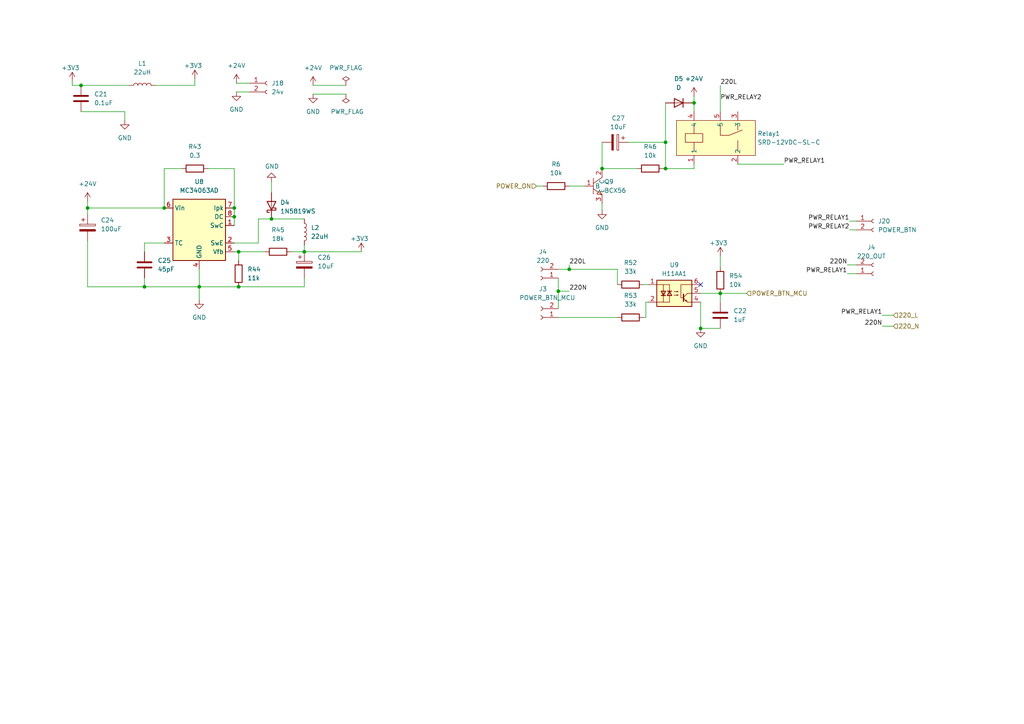
<source format=kicad_sch>
(kicad_sch (version 20230121) (generator eeschema)
  (paper "A4")
  (lib_symbols
    (symbol "Connector:Conn_01x02_Female" (pin_names (offset 1.016) hide)
      (property "Reference" "J" (at 0 2.54 0))
      (property "Value" "Conn_01x02_Female" (at 0 -5.08 0))
      (symbol "Conn_01x02_Female_1_1"
        (arc (start 0 -2.032) (mid -0.5058 -2.54) (end 0 -3.048) (stroke (width 0.1524)))
        (polyline (pts (xy -1.27 -2.54) (xy -0.508 -2.54)) (stroke (width 0.1524)))
        (polyline (pts (xy -1.27 0) (xy -0.508 0)) (stroke (width 0.1524)))
        (arc (start 0 0.508) (mid -0.5058 0) (end 0 -0.508) (stroke (width 0.1524)))
        (pin passive line (at -5.08 0 0) (length 3.81) (name "Pin_1") (number "1"))
        (pin passive line (at -5.08 -2.54 0) (length 3.81) (name "Pin_2") (number "2"))
      )
    )
    (symbol "Device:C" (pin_numbers hide) (pin_names (offset 0.254))
      (property "Reference" "C" (at 0.635 2.54 0))
      (property "Value" "C" (at 0.635 -2.54 0))
      (symbol "C_0_1"
        (polyline (pts (xy -2.032 -0.762) (xy 2.032 -0.762)) (stroke (width 0.508)))
        (polyline (pts (xy -2.032 0.762) (xy 2.032 0.762)) (stroke (width 0.508)))
      )
      (symbol "C_1_1"
        (pin passive line (at 0 3.81 270) (length 2.794) (name "~") (number "1"))
        (pin passive line (at 0 -3.81 90) (length 2.794) (name "~") (number "2"))
      )
    )
    (symbol "Device:C_Polarized" (pin_numbers hide) (pin_names (offset 0.254))
      (property "Reference" "C" (at 0.635 2.54 0))
      (property "Value" "C_Polarized" (at 0.635 -2.54 0))
      (symbol "C_Polarized_0_1"
        (rectangle (start -2.286 0.508) (end 2.286 1.016))
        (polyline (pts (xy -1.778 2.286) (xy -0.762 2.286)))
        (polyline (pts (xy -1.27 2.794) (xy -1.27 1.778)))
        (rectangle (start 2.286 -0.508) (end -2.286 -1.016) (fill (type outline)))
      )
      (symbol "C_Polarized_1_1"
        (pin passive line (at 0 3.81 270) (length 2.794) (name "~") (number "1"))
        (pin passive line (at 0 -3.81 90) (length 2.794) (name "~") (number "2"))
      )
    )
    (symbol "Device:D" (pin_numbers hide) (pin_names (offset 1.016) hide)
      (property "Reference" "D" (at 0 2.54 0))
      (property "Value" "D" (at 0 -2.54 0))
      (symbol "D_0_1"
        (polyline (pts (xy -1.27 1.27) (xy -1.27 -1.27)) (stroke (width 0.254)))
        (polyline (pts (xy 1.27 0) (xy -1.27 0)))
        (polyline (pts (xy 1.27 1.27) (xy 1.27 -1.27) (xy -1.27 0) (xy 1.27 1.27)) (stroke (width 0.254)))
      )
      (symbol "D_1_1"
        (pin passive line (at -3.81 0 0) (length 2.54) (name "K") (number "1"))
        (pin passive line (at 3.81 0 180) (length 2.54) (name "A") (number "2"))
      )
    )
    (symbol "Device:L" (pin_numbers hide) (pin_names (offset 1.016) hide)
      (property "Reference" "L" (at -1.27 0 90))
      (property "Value" "L" (at 1.905 0 90))
      (symbol "L_0_1"
        (arc (start 0 -2.54) (mid 0.6323 -1.905) (end 0 -1.27))
        (arc (start 0 -1.27) (mid 0.6323 -0.635) (end 0 0))
        (arc (start 0 0) (mid 0.6323 0.635) (end 0 1.27))
        (arc (start 0 1.27) (mid 0.6323 1.905) (end 0 2.54))
      )
      (symbol "L_1_1"
        (pin passive line (at 0 3.81 270) (length 1.27) (name "1") (number "1"))
        (pin passive line (at 0 -3.81 90) (length 1.27) (name "2") (number "2"))
      )
    )
    (symbol "Device:R" (pin_numbers hide) (pin_names (offset 0))
      (property "Reference" "R" (at 2.032 0 90))
      (property "Value" "R" (at 0 0 90))
      (symbol "R_0_1"
        (rectangle (start -1.016 -2.54) (end 1.016 2.54) (stroke (width 0.254)))
      )
      (symbol "R_1_1"
        (pin passive line (at 0 3.81 270) (length 1.27) (name "~") (number "1"))
        (pin passive line (at 0 -3.81 90) (length 1.27) (name "~") (number "2"))
      )
    )
    (symbol "Diode:1N5819WS" (pin_numbers hide) (pin_names (offset 1.016) hide)
      (property "Reference" "D" (at 0 2.54 0))
      (property "Value" "1N5819WS" (at 0 -2.54 0))
      (symbol "1N5819WS_0_1"
        (polyline (pts (xy 1.27 0) (xy -1.27 0)))
        (polyline (pts (xy 1.27 1.27) (xy 1.27 -1.27) (xy -1.27 0) (xy 1.27 1.27)) (stroke (width 0.254)))
        (polyline (pts (xy -1.905 0.635) (xy -1.905 1.27) (xy -1.27 1.27) (xy -1.27 -1.27) (xy -0.635 -1.27) (xy -0.635 -0.635)) (stroke (width 0.254)))
      )
      (symbol "1N5819WS_1_1"
        (pin passive line (at -3.81 0 0) (length 2.54) (name "K") (number "1"))
        (pin passive line (at 3.81 0 180) (length 2.54) (name "A") (number "2"))
      )
    )
    (symbol "EasyEda:BCX56"
      (property "Reference" "Q" (at 0 10.16 0))
      (property "Value" "BCX56" (at 0 -10.16 0))
      (symbol "BCX56_0_1"
        (polyline (pts (xy 0 -0.76) (xy 2.54 -2.54)))
        (polyline (pts (xy 0 2.29) (xy 0 -2.29)))
        (polyline (pts (xy 2.54 2.54) (xy 0 0.76)))
        (polyline (pts (xy 2.54 -2.54) (xy 1.78 -1.27) (xy 1.02 -2.29) (xy 2.54 -2.54)) (fill (type background)))
        (pin input line (at -2.54 0 0) (length 2.54) (name "B") (number "1"))
        (pin input line (at 2.54 5.08 270) (length 2.54) (name "C") (number "2"))
        (pin input line (at 2.54 -5.08 90) (length 2.54) (name "E") (number "3"))
      )
    )
    (symbol "EasyEda:SRD-12VDC-SL-C"
      (property "Reference" "Relay?" (at 0 11.43 0))
      (property "Value" "SRD-12VDC-SL-C" (at 0 -11.43 0))
      (symbol "SRD-12VDC-SL-C_0_1"
        (rectangle (start -5.08 11.43) (end 5.08 -11.43) (fill (type background)))
        (polyline (pts (xy -3.81 -6.35) (xy -1.27 -6.35)))
        (polyline (pts (xy -3.81 6.35) (xy -0.762 6.35)))
        (polyline (pts (xy 0.762 3.81) (xy 2.286 7.62)))
        (polyline (pts (xy 1.27 -6.35) (xy 3.81 -6.35)))
        (polyline (pts (xy 3.81 6.35) (xy 2.286 6.35)))
        (polyline (pts (xy 3.81 1.27) (xy 0.762 1.27) (xy 0.762 3.81)))
        (polyline (pts (xy 1.27 -8.89) (xy -1.27 -8.89) (xy -1.27 -3.81) (xy 1.27 -3.81) (xy 1.27 -8.89)) (fill (type background)))
        (pin input line (at -7.62 -6.35 0) (length 2.54) (name "1") (number "1"))
        (pin input line (at -7.62 6.35 0) (length 2.54) (name "2") (number "2"))
        (pin input line (at 7.62 6.35 180) (length 2.54) (name "3") (number "3"))
        (pin input line (at 7.62 -6.35 180) (length 2.54) (name "4") (number "4"))
        (pin input line (at 7.62 1.27 180) (length 2.54) (name "5") (number "5"))
      )
    )
    (symbol "Isolator:H11AA1"
      (property "Reference" "U" (at -5.334 4.953 0))
      (property "Value" "H11AA1" (at 0.635 4.953 0))
      (symbol "H11AA1_0_1"
        (polyline (pts (xy -2.032 0.635) (xy -0.762 0.635)) (stroke (width 0.254)))
        (polyline (pts (xy -1.397 -2.54) (xy -3.175 -2.54)) (stroke (width 0.1524)))
        (polyline (pts (xy -1.397 -0.635) (xy -1.397 -2.54)))
        (polyline (pts (xy -1.397 0.635) (xy -1.397 -0.635)))
        (polyline (pts (xy -1.397 0.635) (xy -1.397 2.54)))
        (polyline (pts (xy -1.397 2.54) (xy -3.175 2.54)) (stroke (width 0.1524)))
        (polyline (pts (xy -1.397 0.635) (xy -2.032 -0.635) (xy -0.762 -0.635) (xy -1.397 0.635)) (stroke (width 0.254)))
      )
      (symbol "H11AA1_1_1"
        (rectangle (start -5.08 3.81) (end 5.08 -3.81) (stroke (width 0.254)) (fill (type background)))
        (polyline (pts (xy -3.81 -0.635) (xy -2.54 -0.635)) (stroke (width 0.254)))
        (polyline (pts (xy 2.667 -1.397) (xy 3.81 -2.54)))
        (polyline (pts (xy 2.667 -1.143) (xy 3.81 0)))
        (polyline (pts (xy 3.81 -2.54) (xy 5.08 -2.54)))
        (polyline (pts (xy 3.81 0) (xy 5.08 0)))
        (polyline (pts (xy 2.667 -0.254) (xy 2.667 -2.286) (xy 2.667 -2.286)) (stroke (width 0.3556)))
        (polyline (pts (xy -5.08 -2.54) (xy -3.175 -2.54) (xy -3.175 2.54) (xy -5.08 2.54)))
        (polyline (pts (xy -3.175 -0.635) (xy -3.81 0.635) (xy -2.54 0.635) (xy -3.175 -0.635)) (stroke (width 0.254)))
        (polyline (pts (xy 3.683 -2.413) (xy 3.429 -1.905) (xy 3.175 -2.159) (xy 3.683 -2.413)))
        (polyline (pts (xy 5.08 2.54) (xy 1.905 2.54) (xy 1.905 -1.27) (xy 2.54 -1.27)))
        (polyline (pts (xy -0.127 -0.508) (xy 1.143 -0.508) (xy 0.762 -0.635) (xy 0.762 -0.381) (xy 1.143 -0.508)))
        (polyline (pts (xy -0.127 0.508) (xy 1.143 0.508) (xy 0.762 0.381) (xy 0.762 0.635) (xy 1.143 0.508)))
        (pin passive line (at -7.62 2.54 0) (length 2.54) (name "~") (number "1"))
        (pin passive line (at -7.62 -2.54 0) (length 2.54) (name "~") (number "2"))
        (pin no_connect line (at -5.08 0 0) (length 2.54) hide (name "NC") (number "3"))
        (pin passive line (at 7.62 -2.54 180) (length 2.54) (name "~") (number "4"))
        (pin passive line (at 7.62 0 180) (length 2.54) (name "~") (number "5"))
        (pin passive line (at 7.62 2.54 180) (length 2.54) (name "~") (number "6"))
      )
    )
    (symbol "Regulator_Switching:MC34063AD"
      (property "Reference" "U" (at -7.62 8.89 0))
      (property "Value" "MC34063AD" (at 0 8.89 0))
      (symbol "MC34063AD_0_1"
        (rectangle (start -7.62 7.62) (end 7.62 -10.16) (stroke (width 0.254)) (fill (type background)))
      )
      (symbol "MC34063AD_1_1"
        (pin open_collector line (at 10.16 0 180) (length 2.54) (name "SwC") (number "1"))
        (pin open_emitter line (at 10.16 -5.08 180) (length 2.54) (name "SwE") (number "2"))
        (pin passive line (at -10.16 -5.08 0) (length 2.54) (name "TC") (number "3"))
        (pin power_in line (at 0 -12.7 90) (length 2.54) (name "GND") (number "4"))
        (pin input line (at 10.16 -7.62 180) (length 2.54) (name "Vfb") (number "5"))
        (pin power_in line (at -10.16 5.08 0) (length 2.54) (name "Vin") (number "6"))
        (pin input line (at 10.16 5.08 180) (length 2.54) (name "Ipk") (number "7"))
        (pin open_collector line (at 10.16 2.54 180) (length 2.54) (name "DC") (number "8"))
      )
    )
    (symbol "power:+24V" (power) (pin_names (offset 0))
      (property "Value" "+24V" (at 0 3.556 0))
      (symbol "+24V_0_1"
        (polyline (pts (xy -0.762 1.27) (xy 0 2.54)))
        (polyline (pts (xy 0 0) (xy 0 2.54)))
        (polyline (pts (xy 0 2.54) (xy 0.762 1.27)))
      )
      (symbol "+24V_1_1"
        (pin power_in line (at 0 0 90) (length 0) hide (name "+24V") (number "1"))
      )
    )
    (symbol "power:+3V3" (power) (pin_names (offset 0))
      (property "Value" "+3V3" (at 0 3.556 0))
      (symbol "+3V3_0_1"
        (polyline (pts (xy -0.762 1.27) (xy 0 2.54)))
        (polyline (pts (xy 0 0) (xy 0 2.54)))
        (polyline (pts (xy 0 2.54) (xy 0.762 1.27)))
      )
      (symbol "+3V3_1_1"
        (pin power_in line (at 0 0 90) (length 0) hide (name "+3V3") (number "1"))
      )
    )
    (symbol "power:GND" (power) (pin_names (offset 0))
      (property "Value" "GND" (at 0 -3.81 0))
      (symbol "GND_0_1"
        (polyline (pts (xy 0 0) (xy 0 -1.27) (xy 1.27 -1.27) (xy 0 -2.54) (xy -1.27 -1.27) (xy 0 -1.27)))
      )
      (symbol "GND_1_1"
        (pin power_in line (at 0 0 270) (length 0) hide (name "GND") (number "1"))
      )
    )
    (symbol "power:PWR_FLAG" (power) (pin_numbers hide) (pin_names (offset 0) hide)
      (property "Value" "PWR_FLAG" (at 0 3.81 0))
      (symbol "PWR_FLAG_0_0"
        (pin power_out line (at 0 0 90) (length 0) (name "pwr") (number "1"))
      )
      (symbol "PWR_FLAG_0_1"
        (polyline (pts (xy 0 0) (xy 0 1.27) (xy -1.016 1.905) (xy 0 2.54) (xy 1.016 1.905) (xy 0 1.27)))
      )
    )
  )
  (junction (at 23.495 24.765))
  (junction (at 208.915 85.09))
  (junction (at 165.1 78.105))
  (junction (at 69.215 83.185))
  (junction (at 67.945 62.865))
  (junction (at 78.74 63.5))
  (junction (at 88.265 73.025))
  (junction (at 174.625 48.895))
  (junction (at 57.785 83.185))
  (junction (at 161.925 84.455))
  (junction (at 193.04 48.895))
  (junction (at 67.945 60.325))
  (junction (at 193.04 41.275))
  (junction (at 41.91 83.185))
  (junction (at 203.2 95.25))
  (junction (at 25.4 60.325))
  (junction (at 201.295 29.845))
  (junction (at 69.215 73.025))
  (junction (at 47.625 60.325))
  (no_connect (at 203.2 82.55))
  (wire (pts (xy 68.58 26.67) (xy 72.39 26.67)))
  (wire (pts (xy 56.515 22.86) (xy 56.515 24.765)))
  (wire (pts (xy 74.93 70.485) (xy 74.93 63.5)))
  (wire (pts (xy 88.265 71.12) (xy 88.265 73.025)))
  (wire (pts (xy 25.4 58.42) (xy 25.4 60.325)))
  (wire (pts (xy 68.58 24.13) (xy 72.39 24.13)))
  (wire (pts (xy 67.945 73.025) (xy 69.215 73.025)))
  (wire (pts (xy 45.085 24.765) (xy 56.515 24.765)))
  (wire (pts (xy 208.915 85.09) (xy 208.915 87.63)))
  (wire (pts (xy 157.48 53.975) (xy 155.575 53.975)))
  (wire (pts (xy 203.2 85.09) (xy 208.915 85.09)))
  (wire (pts (xy 161.925 80.645) (xy 161.925 84.455)))
  (wire (pts (xy 161.925 78.105) (xy 165.1 78.105)))
  (wire (pts (xy 90.805 27.305) (xy 100.33 27.305)))
  (wire (pts (xy 248.285 66.675) (xy 246.38 66.675)))
  (wire (pts (xy 69.215 73.025) (xy 76.835 73.025)))
  (wire (pts (xy 23.495 24.765) (xy 37.465 24.765)))
  (wire (pts (xy 208.915 74.295) (xy 208.915 77.47)))
  (wire (pts (xy 60.325 48.895) (xy 67.945 48.895)))
  (wire (pts (xy 174.625 59.055) (xy 174.625 60.96)))
  (wire (pts (xy 41.91 70.485) (xy 41.91 73.025)))
  (wire (pts (xy 74.93 63.5) (xy 78.74 63.5)))
  (wire (pts (xy 245.745 76.835) (xy 248.285 76.835)))
  (wire (pts (xy 208.915 85.09) (xy 216.535 85.09)))
  (wire (pts (xy 67.945 48.895) (xy 67.945 60.325)))
  (wire (pts (xy 165.1 76.835) (xy 165.1 78.105)))
  (wire (pts (xy 201.295 48.895) (xy 201.295 47.625)))
  (wire (pts (xy 84.455 73.025) (xy 88.265 73.025)))
  (wire (pts (xy 25.4 69.85) (xy 25.4 83.185)))
  (wire (pts (xy 67.945 60.325) (xy 67.945 62.865)))
  (wire (pts (xy 201.295 29.845) (xy 201.295 27.94)))
  (wire (pts (xy 184.785 48.895) (xy 174.625 48.895)))
  (wire (pts (xy 187.325 92.075) (xy 187.325 87.63)))
  (wire (pts (xy 193.04 41.275) (xy 193.04 48.895)))
  (wire (pts (xy 78.74 52.705) (xy 78.74 55.88)))
  (wire (pts (xy 200.66 29.845) (xy 201.295 29.845)))
  (wire (pts (xy 186.69 82.55) (xy 187.96 82.55)))
  (wire (pts (xy 57.785 83.185) (xy 69.215 83.185)))
  (wire (pts (xy 20.955 23.495) (xy 20.955 24.765)))
  (wire (pts (xy 174.625 41.275) (xy 174.625 48.895)))
  (wire (pts (xy 25.4 83.185) (xy 41.91 83.185)))
  (wire (pts (xy 203.2 87.63) (xy 203.2 95.25)))
  (wire (pts (xy 90.805 24.765) (xy 100.33 24.765)))
  (wire (pts (xy 52.705 48.895) (xy 47.625 48.895)))
  (wire (pts (xy 78.74 63.5) (xy 88.265 63.5)))
  (wire (pts (xy 47.625 48.895) (xy 47.625 60.325)))
  (wire (pts (xy 161.925 84.455) (xy 161.925 89.535)))
  (wire (pts (xy 245.745 79.375) (xy 248.285 79.375)))
  (wire (pts (xy 208.915 24.765) (xy 208.915 32.385)))
  (wire (pts (xy 23.495 32.385) (xy 36.195 32.385)))
  (wire (pts (xy 47.625 70.485) (xy 41.91 70.485)))
  (wire (pts (xy 67.945 70.485) (xy 74.93 70.485)))
  (wire (pts (xy 203.2 95.25) (xy 208.915 95.25)))
  (wire (pts (xy 255.905 94.615) (xy 259.08 94.615)))
  (wire (pts (xy 25.4 60.325) (xy 25.4 62.23)))
  (wire (pts (xy 20.955 24.765) (xy 23.495 24.765)))
  (wire (pts (xy 36.195 32.385) (xy 36.195 34.925)))
  (wire (pts (xy 179.07 78.105) (xy 179.07 82.55)))
  (wire (pts (xy 186.69 92.075) (xy 187.325 92.075)))
  (wire (pts (xy 213.995 47.625) (xy 227.33 47.625)))
  (wire (pts (xy 193.04 29.845) (xy 193.04 41.275)))
  (wire (pts (xy 88.265 83.185) (xy 69.215 83.185)))
  (wire (pts (xy 41.91 80.645) (xy 41.91 83.185)))
  (wire (pts (xy 165.1 53.975) (xy 169.545 53.975)))
  (wire (pts (xy 187.325 87.63) (xy 187.96 87.63)))
  (wire (pts (xy 201.295 32.385) (xy 201.295 29.845)))
  (wire (pts (xy 165.1 78.105) (xy 179.07 78.105)))
  (wire (pts (xy 161.925 84.455) (xy 165.1 84.455)))
  (wire (pts (xy 182.245 41.275) (xy 193.04 41.275)))
  (wire (pts (xy 255.905 91.44) (xy 259.08 91.44)))
  (wire (pts (xy 69.215 73.025) (xy 69.215 75.565)))
  (wire (pts (xy 67.945 62.865) (xy 67.945 65.405)))
  (wire (pts (xy 88.265 73.025) (xy 104.775 73.025)))
  (wire (pts (xy 88.265 80.645) (xy 88.265 83.185)))
  (wire (pts (xy 161.925 92.075) (xy 179.07 92.075)))
  (wire (pts (xy 248.285 64.135) (xy 246.38 64.135)))
  (wire (pts (xy 41.91 83.185) (xy 57.785 83.185)))
  (wire (pts (xy 193.04 48.895) (xy 201.295 48.895)))
  (wire (pts (xy 192.405 48.895) (xy 193.04 48.895)))
  (wire (pts (xy 25.4 60.325) (xy 47.625 60.325)))
  (wire (pts (xy 57.785 78.105) (xy 57.785 83.185)))
  (wire (pts (xy 57.785 83.185) (xy 57.785 86.995)))
  (label "PWR_RELAY1" (at 245.745 79.375 180))
  (label "PWR_RELAY2" (at 246.38 66.675 180))
  (label "220L" (at 208.915 24.765 0))
  (label "220N" (at 245.745 76.835 180))
  (label "220N" (at 255.905 94.615 180))
  (label "220N" (at 165.1 84.455 0))
  (label "PWR_RELAY1" (at 255.905 91.44 180))
  (label "PWR_RELAY2" (at 208.915 29.21 0))
  (label "PWR_RELAY1" (at 246.38 64.135 180))
  (label "PWR_RELAY1" (at 227.33 47.625 0))
  (label "220L" (at 165.1 76.835 0))
  (hierarchical_label "220_L" (shape input) (at 259.08 91.44 0))
  (hierarchical_label "POWER_ON" (shape input) (at 155.575 53.975 180))
  (hierarchical_label "220_N" (shape input) (at 259.08 94.615 0))
  (hierarchical_label "POWER_BTN_MCU" (shape input) (at 216.535 85.09 0))
  (symbol (lib_id "Device:L") (at 88.265 67.31 0) (unit 1)
    (property "Reference" "L2" (at 90.17 66.0399 0) (effects (justify left)))
    (property "Value" "22uH" (at 90.17 68.5799 0) (effects (justify left)))
    (property "Footprint" "Inductor_SMD:L_6.3x6.3_H3" (effects hide))
  )
  (symbol (lib_id "power:+3V3") (at 56.515 22.86 0) (unit 1)
    (property "Reference" "#PWR061" (effects hide))
    (property "Value" "+3V3" (at 53.34 19.05 0) (effects (justify left)))
  )
  (symbol (lib_id "Device:C") (at 208.915 91.44 0) (unit 1)
    (property "Reference" "C22" (at 212.725 90.1699 0) (effects (justify left)))
    (property "Value" "1uF" (at 212.725 92.7099 0) (effects (justify left)))
    (property "Footprint" "Capacitor_SMD:C_1206_3216Metric_Pad1.33x1.80mm_HandSolder" (effects hide))
  )
  (symbol (lib_id "power:GND") (at 90.805 27.305 0) (unit 1)
    (property "Reference" "#PWR058" (effects hide))
    (property "Value" "GND" (at 90.805 32.385 0))
  )
  (symbol (lib_id "power:+24V") (at 25.4 58.42 0) (unit 1)
    (property "Reference" "#PWR064" (effects hide))
    (property "Value" "+24V" (at 25.4 53.34 0))
  )
  (symbol (lib_id "power:+24V") (at 201.295 27.94 0) (unit 1)
    (property "Reference" "#PWR0109" (effects hide))
    (property "Value" "+24V" (at 201.295 22.86 0))
  )
  (symbol (lib_id "Device:D") (at 196.85 29.845 180) (unit 1)
    (property "Reference" "D5" (at 196.85 22.86 0))
    (property "Value" "D" (at 196.85 25.4 0))
    (property "Footprint" "Diode_SMD:D_SMA_Handsoldering" (effects hide))
  )
  (symbol (lib_id "EasyEda:SRD-12VDC-SL-C") (at 207.645 40.005 270) (mirror x) (unit 1)
    (property "Reference" "Relay1" (at 219.71 38.7349 90) (effects (justify left)))
    (property "Value" "SRD-12VDC-SL-C" (at 219.71 41.2749 90) (effects (justify left)))
    (property "Footprint" "RELAY-TH_SRD-XXVDC-XL-C" (effects hide))
    (property "Datasheet" "https://lcsc.com/product-detail/Relays_SRD-12VDC-SL-C_C30431.html" (effects hide))
    (property "Manufacturer" "SONGLE" (effects hide))
    (property "LCSC Part" "C30431" (effects hide))
    (property "JLC Part" "Extended Part" (effects hide))
  )
  (symbol (lib_id "Connector:Conn_01x02_Female") (at 253.365 64.135 0) (unit 1)
    (property "Reference" "J20" (at 254.635 64.1349 0) (effects (justify left)))
    (property "Value" "POWER_BTN" (at 254.635 66.6749 0) (effects (justify left)))
    (property "Footprint" "TerminalBlock_Phoenix:TerminalBlock_Phoenix_MKDS-1,5-2_1x02_P5.00mm_Horizontal" (effects hide))
  )
  (symbol (lib_id "Device:C_Polarized") (at 88.265 76.835 0) (unit 1)
    (property "Reference" "C26" (at 92.075 74.6759 0) (effects (justify left)))
    (property "Value" "10uF" (at 92.075 77.2159 0) (effects (justify left)))
    (property "Footprint" "Capacitor_THT:CP_Radial_D5.0mm_P2.50mm" (effects hide))
  )
  (symbol (lib_id "power:GND") (at 68.58 26.67 0) (unit 1)
    (property "Reference" "#PWR063" (effects hide))
    (property "Value" "GND" (at 68.58 31.75 0))
  )
  (symbol (lib_id "power:GND") (at 36.195 34.925 0) (unit 1)
    (property "Reference" "#PWR060" (effects hide))
    (property "Value" "GND" (at 36.195 40.005 0))
  )
  (symbol (lib_id "Isolator:H11AA1") (at 195.58 85.09 0) (unit 1)
    (property "Reference" "U9" (at 195.58 76.835 0))
    (property "Value" "H11AA1" (at 195.58 79.375 0))
    (property "Footprint" "Package_DIP:DIP-6_W7.62mm_SMDSocket_SmallPads" (effects hide))
    (property "Datasheet" "https://www.vishay.com/docs/83608/h11aa1.pdf" (effects hide))
  )
  (symbol (lib_id "power:+24V") (at 90.805 24.765 0) (unit 1)
    (property "Reference" "#PWR057" (effects hide))
    (property "Value" "+24V" (at 90.805 19.685 0))
  )
  (symbol (lib_id "power:+3V3") (at 104.775 73.025 0) (unit 1)
    (property "Reference" "#PWR067" (effects hide))
    (property "Value" "+3V3" (at 101.6 69.215 0) (effects (justify left)))
  )
  (symbol (lib_id "Regulator_Switching:MC34063AD") (at 57.785 65.405 0) (unit 1)
    (property "Reference" "U8" (at 57.785 52.705 0))
    (property "Value" "MC34063AD" (at 57.785 55.245 0))
    (property "Footprint" "Package_SO:SOIC-8_3.9x4.9mm_P1.27mm" (effects hide))
    (property "Datasheet" "http://www.onsemi.com/pub_link/Collateral/MC34063A-D.PDF" (effects hide))
  )
  (symbol (lib_id "power:+24V") (at 68.58 24.13 0) (unit 1)
    (property "Reference" "#PWR062" (effects hide))
    (property "Value" "+24V" (at 68.58 19.05 0))
  )
  (symbol (lib_id "Device:R") (at 161.29 53.975 270) (unit 1)
    (property "Reference" "R6" (at 161.29 47.625 90))
    (property "Value" "10k" (at 161.29 50.165 90))
    (property "Footprint" "Resistor_SMD:R_1206_3216Metric_Pad1.30x1.75mm_HandSolder" (effects hide))
  )
  (symbol (lib_id "Connector:Conn_01x02_Female") (at 156.845 92.075 180) (unit 1)
    (property "Reference" "J3" (at 157.48 83.82 0))
    (property "Value" "POWER_BTN_MCU" (at 158.75 86.36 0))
    (property "Footprint" "TerminalBlock_Phoenix:TerminalBlock_Phoenix_MKDS-1,5-2_1x02_P5.00mm_Horizontal" (effects hide))
  )
  (symbol (lib_id "power:+3V3") (at 208.915 74.295 0) (unit 1)
    (property "Reference" "#PWR04" (effects hide))
    (property "Value" "+3V3" (at 205.74 70.485 0) (effects (justify left)))
  )
  (symbol (lib_id "Device:C") (at 23.495 28.575 0) (unit 1)
    (property "Reference" "C21" (at 27.305 27.3049 0) (effects (justify left)))
    (property "Value" "0.1uF" (at 27.305 29.8449 0) (effects (justify left)))
    (property "Footprint" "Capacitor_SMD:C_1206_3216Metric_Pad1.33x1.80mm_HandSolder" (effects hide))
  )
  (symbol (lib_id "Device:R") (at 182.88 92.075 270) (unit 1)
    (property "Reference" "R53" (at 182.88 85.725 90))
    (property "Value" "33k" (at 182.88 88.265 90))
    (property "Footprint" "Resistor_SMD:R_2512_6332Metric_Pad1.40x3.35mm_HandSolder" (effects hide))
  )
  (symbol (lib_id "Device:R") (at 208.915 81.28 0) (unit 1)
    (property "Reference" "R54" (at 211.455 80.01 0) (effects (justify left)))
    (property "Value" "10k" (at 211.455 82.55 0) (effects (justify left)))
    (property "Footprint" "Resistor_SMD:R_1206_3216Metric_Pad1.30x1.75mm_HandSolder" (effects hide))
  )
  (symbol (lib_id "Device:R") (at 182.88 82.55 270) (unit 1)
    (property "Reference" "R52" (at 182.88 76.2 90))
    (property "Value" "33k" (at 182.88 78.74 90))
    (property "Footprint" "Resistor_SMD:R_2512_6332Metric_Pad1.40x3.35mm_HandSolder" (effects hide))
  )
  (symbol (lib_id "power:GND") (at 203.2 95.25 0) (unit 1)
    (property "Reference" "#PWR05" (effects hide))
    (property "Value" "GND" (at 203.2 100.33 0))
  )
  (symbol (lib_id "Connector:Conn_01x02_Female") (at 77.47 24.13 0) (unit 1)
    (property "Reference" "J18" (at 78.74 24.1299 0) (effects (justify left)))
    (property "Value" "24v" (at 78.74 26.6699 0) (effects (justify left)))
    (property "Footprint" "TerminalBlock_Phoenix:TerminalBlock_Phoenix_MKDS-1,5-2_1x02_P5.00mm_Horizontal" (effects hide))
  )
  (symbol (lib_id "Device:R") (at 69.215 79.375 180) (unit 1)
    (property "Reference" "R44" (at 71.755 78.1049 0) (effects (justify right)))
    (property "Value" "11k" (at 71.755 80.6449 0) (effects (justify right)))
    (property "Footprint" "Resistor_SMD:R_1206_3216Metric_Pad1.30x1.75mm_HandSolder" (effects hide))
  )
  (symbol (lib_id "Device:R") (at 188.595 48.895 270) (unit 1)
    (property "Reference" "R46" (at 188.595 42.545 90))
    (property "Value" "10k" (at 188.595 45.085 90))
    (property "Footprint" "Resistor_SMD:R_1206_3216Metric_Pad1.30x1.75mm_HandSolder" (effects hide))
  )
  (symbol (lib_id "Device:C_Polarized") (at 178.435 41.275 270) (unit 1)
    (property "Reference" "C27" (at 179.324 34.29 90))
    (property "Value" "10uF" (at 179.324 36.83 90))
    (property "Footprint" "Capacitor_THT:CP_Radial_D5.0mm_P2.50mm" (effects hide))
  )
  (symbol (lib_id "Device:L") (at 41.275 24.765 90) (unit 1)
    (property "Reference" "L1" (at 41.275 18.415 90))
    (property "Value" "22uH" (at 41.275 20.955 90))
    (property "Footprint" "Inductor_SMD:L_1206_3216Metric_Pad1.22x1.90mm_HandSolder" (effects hide))
  )
  (symbol (lib_id "EasyEda:BCX56") (at 172.085 53.975 0) (unit 1)
    (property "Reference" "Q9" (at 175.26 52.7049 0) (effects (justify left)))
    (property "Value" "BCX56" (at 175.26 55.2449 0) (effects (justify left)))
    (property "Footprint" "easyeda2kicad:SOT-89-3_L4.5-W2.5-P1.50-LS4.2-BR" (effects hide))
    (property "Datasheet" "https://lcsc.com/product-detail/Transistors-NPN-PNP_BCX56-16-100-250-BL_C24280.html" (effects hide))
    (property "Manufacturer" "CJ(江苏长电/长晶)" (effects hide))
    (property "LCSC Part" "C24280" (effects hide))
    (property "JLC Part" "Extended Part" (effects hide))
  )
  (symbol (lib_id "Device:R") (at 56.515 48.895 270) (unit 1)
    (property "Reference" "R43" (at 56.515 42.545 90))
    (property "Value" "0.3" (at 56.515 45.085 90))
    (property "Footprint" "Resistor_SMD:R_1206_3216Metric_Pad1.30x1.75mm_HandSolder" (effects hide))
  )
  (symbol (lib_id "power:GND") (at 78.74 52.705 180) (unit 1)
    (property "Reference" "#PWR066" (effects hide))
    (property "Value" "GND" (at 76.835 48.26 0) (effects (justify right)))
  )
  (symbol (lib_id "power:PWR_FLAG") (at 100.33 27.305 180) (unit 1)
    (property "Reference" "#FLG02" (effects hide))
    (property "Value" "PWR_FLAG" (at 95.885 32.385 0) (effects (justify right)))
  )
  (symbol (lib_id "Device:C") (at 41.91 76.835 0) (unit 1)
    (property "Reference" "C25" (at 45.72 75.5649 0) (effects (justify left)))
    (property "Value" "45pF" (at 45.72 78.1049 0) (effects (justify left)))
    (property "Footprint" "Capacitor_SMD:C_1206_3216Metric_Pad1.33x1.80mm_HandSolder" (effects hide))
  )
  (symbol (lib_id "power:+3V3") (at 20.955 23.495 0) (unit 1)
    (property "Reference" "#PWR059" (effects hide))
    (property "Value" "+3V3" (at 17.78 19.685 0) (effects (justify left)))
  )
  (symbol (lib_id "power:GND") (at 174.625 60.96 0) (unit 1)
    (property "Reference" "#PWR0107" (effects hide))
    (property "Value" "GND" (at 174.625 66.04 0))
  )
  (symbol (lib_id "Device:R") (at 80.645 73.025 270) (unit 1)
    (property "Reference" "R45" (at 80.645 66.675 90))
    (property "Value" "18k" (at 80.645 69.215 90))
    (property "Footprint" "Resistor_SMD:R_1206_3216Metric_Pad1.30x1.75mm_HandSolder" (effects hide))
  )
  (symbol (lib_id "Connector:Conn_01x02_Female") (at 156.845 80.645 180) (unit 1)
    (property "Reference" "J4" (at 157.48 73.025 0))
    (property "Value" "220" (at 157.48 75.565 0))
    (property "Footprint" "TerminalBlock_Phoenix:TerminalBlock_Phoenix_MKDS-1,5-2_1x02_P5.00mm_Horizontal" (effects hide))
    (instances (project "qsolder_pcb" (path "" (reference "J4") (unit 1)) (path "" (reference "J2") (unit 1))))
  )
  (symbol (lib_id "power:GND") (at 57.785 86.995 0) (unit 1)
    (property "Reference" "#PWR065" (effects hide))
    (property "Value" "GND" (at 57.785 92.075 0))
  )
  (symbol (lib_id "Connector:Conn_01x02_Female") (at 253.365 79.375 0) (mirror x) (unit 1)
    (property "Reference" "J4" (at 252.73 71.755 0))
    (property "Value" "220_OUT" (at 252.73 74.295 0))
    (property "Footprint" "TerminalBlock_Phoenix:TerminalBlock_Phoenix_MKDS-1,5-2_1x02_P5.00mm_Horizontal" (effects hide))
  )
  (symbol (lib_id "Device:C_Polarized") (at 25.4 66.04 0) (unit 1)
    (property "Reference" "C24" (at 29.21 63.8809 0) (effects (justify left)))
    (property "Value" "100uF" (at 29.21 66.4209 0) (effects (justify left)))
    (property "Footprint" "Capacitor_THT:CP_Radial_D8.0mm_P3.80mm" (effects hide))
  )
  (symbol (lib_id "Diode:1N5819WS") (at 78.74 59.69 90) (unit 1)
    (property "Reference" "D4" (at 81.28 58.7374 90) (effects (justify right)))
    (property "Value" "1N5819WS" (at 81.28 61.2774 90) (effects (justify right)))
    (property "Footprint" "Diode_SMD:D_2114_3652Metric_Pad1.85x3.75mm_HandSolder" (effects hide))
    (property "Datasheet" "https://datasheet.lcsc.com/lcsc/2204281430_Guangdong-Hottech-1N5819WS_C191023.pdf" (effects hide))
  )
  (symbol (lib_id "power:PWR_FLAG") (at 100.33 24.765 0) (unit 1)
    (property "Reference" "#FLG01" (effects hide))
    (property "Value" "PWR_FLAG" (at 100.33 19.685 0))
  )
)
</source>
